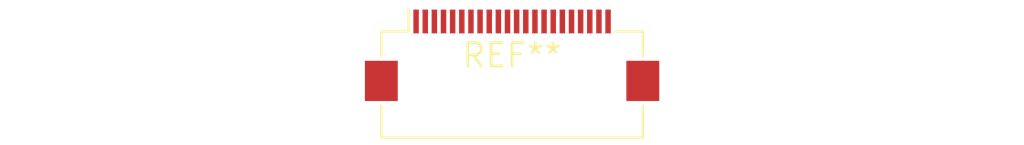
<source format=kicad_pcb>
(kicad_pcb (version 20240108) (generator pcbnew)
  (layers (0 "F.Cu" signal) (31 "B.Cu" signal) (34 "B.Paste" user) (35 "F.Paste" user) (36 "B.SilkS" user "B.Silkscreen") (37 "F.SilkS" user "F.Silkscreen") (38 "B.Mask" user) (39 "F.Mask" user) (44 "Edge.Cuts" user))
  (net 0 "")
  (footprint "Hirose_FH12-22S-0.5SH_1x22-1MP_P0.50mm_Horizontal" (layer "F.Cu") (at 0 0)
    (property "Reference" "REF**")
    (property "Value" "Hirose_FH12-22S-0.5SH_1x22-1MP_P0.50mm_Horizontal")
    (fp_line (start -7.15 -1.3) (end -7.15 0.04) (layer "F.SilkS") (stroke (width 0.12)))
    (fp_line (start -7.15 2.76) (end -7.15 4.5) (layer "F.SilkS") (stroke (width 0.12)))
    (fp_line (start -7.15 4.5) (end 7.15 4.5) (layer "F.SilkS") (stroke (width 0.12)))
    (fp_line (start -5.66 -1.3) (end -7.15 -1.3) (layer "F.SilkS") (stroke (width 0.12)))
    (fp_line (start -5.66 -1.3) (end -5.66 -2.5) (layer "F.SilkS") (stroke (width 0.12)))
    (fp_line (start 5.66 -1.3) (end 7.15 -1.3) (layer "F.SilkS") (stroke (width 0.12)))
    (fp_line (start 7.15 -1.3) (end 7.15 0.04) (layer "F.SilkS") (stroke (width 0.12)))
    (fp_line (start 7.15 4.5) (end 7.15 2.76) (layer "F.SilkS") (stroke (width 0.12)))
    (pad "1" smd rect (at -5.25 -1.85) (size 0.3 1.3) (layers "F.Cu" "F.Paste" "F.Mask"))
    (pad "2" smd rect (at -4.75 -1.85) (size 0.3 1.3) (layers "F.Cu" "F.Paste" "F.Mask"))
    (pad "3" smd rect (at -4.25 -1.85) (size 0.3 1.3) (layers "F.Cu" "F.Paste" "F.Mask"))
    (pad "4" smd rect (at -3.75 -1.85) (size 0.3 1.3) (layers "F.Cu" "F.Paste" "F.Mask"))
    (pad "5" smd rect (at -3.25 -1.85) (size 0.3 1.3) (layers "F.Cu" "F.Paste" "F.Mask"))
    (pad "6" smd rect (at -2.75 -1.85) (size 0.3 1.3) (layers "F.Cu" "F.Paste" "F.Mask"))
    (pad "7" smd rect (at -2.25 -1.85) (size 0.3 1.3) (layers "F.Cu" "F.Paste" "F.Mask"))
    (pad "8" smd rect (at -1.75 -1.85) (size 0.3 1.3) (layers "F.Cu" "F.Paste" "F.Mask"))
    (pad "9" smd rect (at -1.25 -1.85) (size 0.3 1.3) (layers "F.Cu" "F.Paste" "F.Mask"))
    (pad "10" smd rect (at -0.75 -1.85) (size 0.3 1.3) (layers "F.Cu" "F.Paste" "F.Mask"))
    (pad "11" smd rect (at -0.25 -1.85) (size 0.3 1.3) (layers "F.Cu" "F.Paste" "F.Mask"))
    (pad "12" smd rect (at 0.25 -1.85) (size 0.3 1.3) (layers "F.Cu" "F.Paste" "F.Mask"))
    (pad "13" smd rect (at 0.75 -1.85) (size 0.3 1.3) (layers "F.Cu" "F.Paste" "F.Mask"))
    (pad "14" smd rect (at 1.25 -1.85) (size 0.3 1.3) (layers "F.Cu" "F.Paste" "F.Mask"))
    (pad "15" smd rect (at 1.75 -1.85) (size 0.3 1.3) (layers "F.Cu" "F.Paste" "F.Mask"))
    (pad "16" smd rect (at 2.25 -1.85) (size 0.3 1.3) (layers "F.Cu" "F.Paste" "F.Mask"))
    (pad "17" smd rect (at 2.75 -1.85) (size 0.3 1.3) (layers "F.Cu" "F.Paste" "F.Mask"))
    (pad "18" smd rect (at 3.25 -1.85) (size 0.3 1.3) (layers "F.Cu" "F.Paste" "F.Mask"))
    (pad "19" smd rect (at 3.75 -1.85) (size 0.3 1.3) (layers "F.Cu" "F.Paste" "F.Mask"))
    (pad "20" smd rect (at 4.25 -1.85) (size 0.3 1.3) (layers "F.Cu" "F.Paste" "F.Mask"))
    (pad "21" smd rect (at 4.75 -1.85) (size 0.3 1.3) (layers "F.Cu" "F.Paste" "F.Mask"))
    (pad "22" smd rect (at 5.25 -1.85) (size 0.3 1.3) (layers "F.Cu" "F.Paste" "F.Mask"))
    (pad "MP" smd rect (at -7.15 1.4) (size 1.8 2.2) (layers "F.Cu" "F.Paste" "F.Mask"))
    (pad "MP" smd rect (at 7.15 1.4) (size 1.8 2.2) (layers "F.Cu" "F.Paste" "F.Mask"))
  )
)
</source>
